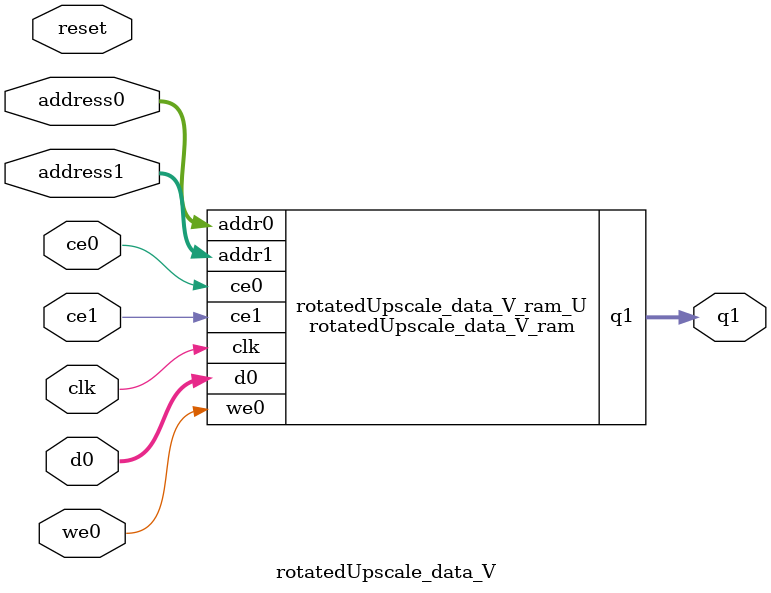
<source format=v>

`timescale 1 ns / 1 ps
module rotatedUpscale_data_V_ram (addr0, ce0, d0, we0, addr1, ce1, q1,  clk);

parameter DWIDTH = 16;
parameter AWIDTH = 11;
parameter MEM_SIZE = 1080;

input[AWIDTH-1:0] addr0;
input ce0;
input[DWIDTH-1:0] d0;
input we0;
input[AWIDTH-1:0] addr1;
input ce1;
output reg[DWIDTH-1:0] q1;
input clk;

(* ram_style = "block" *)reg [DWIDTH-1:0] ram[MEM_SIZE-1:0];




always @(posedge clk)  
begin 
    if (ce0) 
    begin
        if (we0) 
        begin 
            ram[addr0] <= d0; 
        end 
    end
end


always @(posedge clk)  
begin 
    if (ce1) 
    begin
            q1 <= ram[addr1];
    end
end


endmodule


`timescale 1 ns / 1 ps
module rotatedUpscale_data_V(
    reset,
    clk,
    address0,
    ce0,
    we0,
    d0,
    address1,
    ce1,
    q1);

parameter DataWidth = 32'd16;
parameter AddressRange = 32'd1080;
parameter AddressWidth = 32'd11;
input reset;
input clk;
input[AddressWidth - 1:0] address0;
input ce0;
input we0;
input[DataWidth - 1:0] d0;
input[AddressWidth - 1:0] address1;
input ce1;
output[DataWidth - 1:0] q1;



rotatedUpscale_data_V_ram rotatedUpscale_data_V_ram_U(
    .clk( clk ),
    .addr0( address0 ),
    .ce0( ce0 ),
    .d0( d0 ),
    .we0( we0 ),
    .addr1( address1 ),
    .ce1( ce1 ),
    .q1( q1 ));

endmodule


</source>
